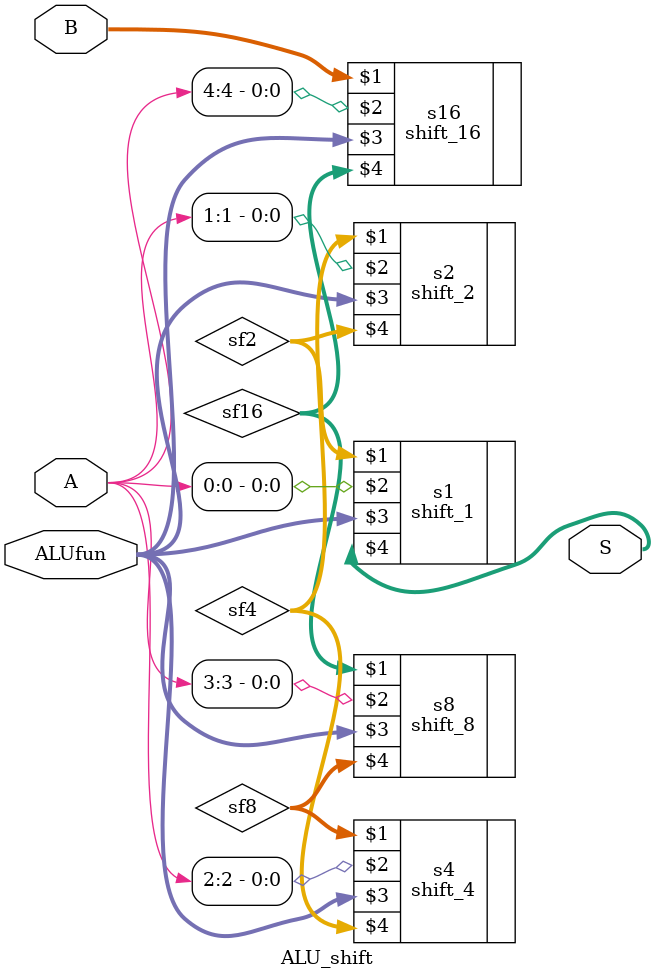
<source format=v>
module ALU_shift(A,B,ALUfun,S);
  input[31:0] A,B;
  input[1:0] ALUfun; //ALUfun[1:0] 00->SLL; 01->SRL; 11->SRA
  output[31:0] S;
  wire[31:0] sf2,sf4,sf8,sf16;
  shift_16 s16(B,A[4],ALUfun,sf16);
  shift_8 s8(sf16,A[3],ALUfun,sf8);
  shift_4 s4(sf8,A[2],ALUfun,sf4);
  shift_2 s2(sf4,A[1],ALUfun,sf2);
  shift_1 s1(sf2,A[0],ALUfun,S);
endmodule
</source>
